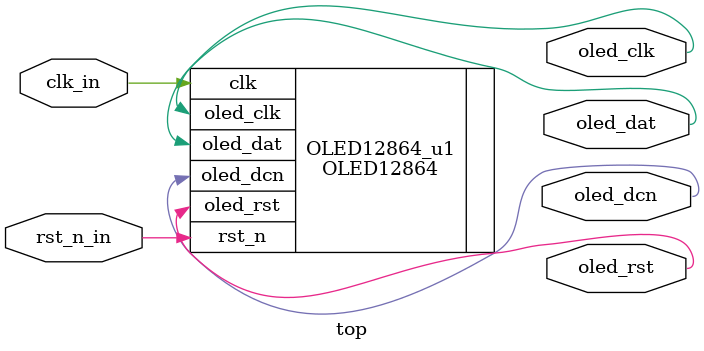
<source format=v>
module top(
	input					clk_in,		//ÏµÍ³Ê±ÖÓ
	input					rst_n_in,	//ÏµÍ³¸´Î»£¬µÍÓÐÐ§
	
	output				oled_rst,	//OLCDÒº¾§ÆÁ¸´Î»
	output				oled_dcn,	//OLCDÊý¾ÝÖ¸Áî¿ØÖÆ
	output				oled_clk,	//OLCDÊ±ÖÓÐÅºÅ
	output				oled_dat	//OLCDÊý¾ÝÐÅºÅ

	);


OLED12864	OLED12864_u1 (
			.clk     (clk_in) ,		
			.rst_n   (rst_n_in),		
			
			//.oled_csn(oled_csn),			
			.oled_rst(oled_rst),			
			.oled_dcn(oled_dcn),	
			.oled_clk(oled_clk),	
			.oled_dat(oled_dat)		
);
endmodule
</source>
